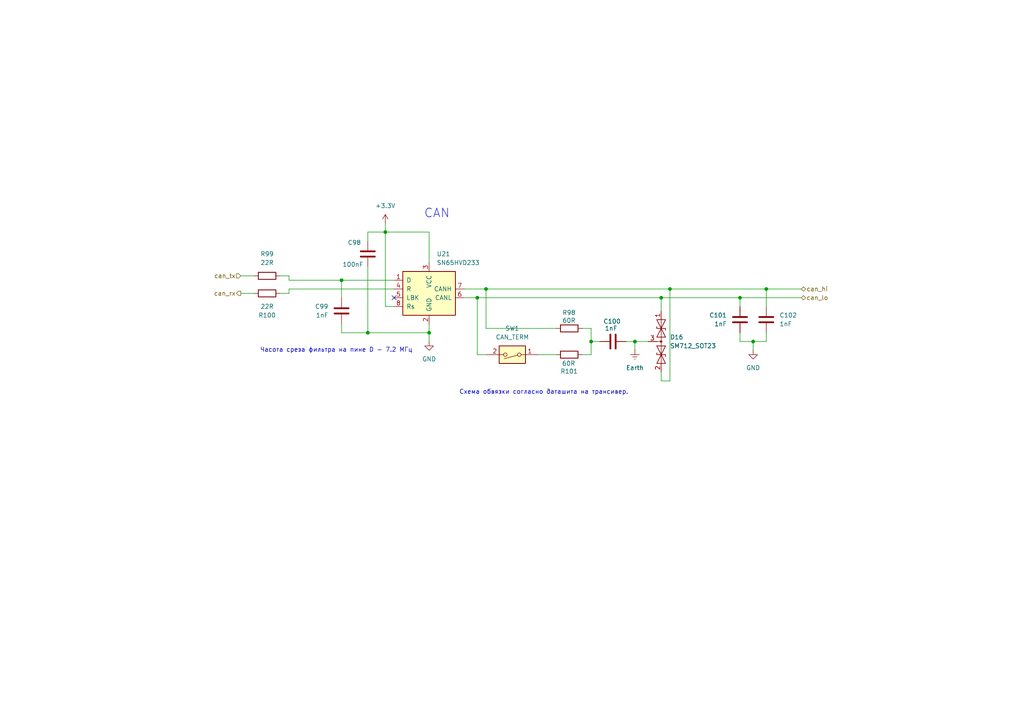
<source format=kicad_sch>
(kicad_sch (version 20231120) (generator "eeschema") (generator_version "8.0")
  (paper "A4")
  (title_block (title "Цифровые шины"))
  (lib_symbols
    (symbol "Device:C" (pin_numbers hide) (pin_names (offset 0.254))
      (property "Reference" "C" (at 0.635 2.54 0))
      (property "Value" "C" (at 0.635 -2.54 0))
      (symbol "C_0_1"
        (polyline (pts (xy -2.032 -0.762) (xy 2.032 -0.762)) (stroke (width 0.508)))
        (polyline (pts (xy -2.032 0.762) (xy 2.032 0.762)) (stroke (width 0.508)))
      )
      (symbol "C_1_1"
        (pin passive line (at 0 3.81 270) (length 2.794) (name "~") (number "1"))
        (pin passive line (at 0 -3.81 90) (length 2.794) (name "~") (number "2"))
      )
    )
    (symbol "Device:R" (pin_numbers hide) (pin_names (offset 0))
      (property "Reference" "R" (at 2.032 0 90))
      (property "Value" "R" (at 0 0 90))
      (symbol "R_0_1"
        (rectangle (start -1.016 -2.54) (end 1.016 2.54) (stroke (width 0.254)))
      )
      (symbol "R_1_1"
        (pin passive line (at 0 3.81 270) (length 1.27) (name "~") (number "1"))
        (pin passive line (at 0 -3.81 90) (length 1.27) (name "~") (number "2"))
      )
    )
    (symbol "Diode:SM712_SOT23" (pin_names (offset 1.016) hide)
      (property "Reference" "D" (at 0 4.445 0))
      (property "Value" "SM712_SOT23" (at 0 2.54 0))
      (symbol "SM712_SOT23_0_0"
        (polyline (pts (xy 0 -1.27) (xy 0 0)))
      )
      (symbol "SM712_SOT23_0_1"
        (polyline (pts (xy -6.35 0) (xy 6.35 0)))
        (polyline (pts (xy -3.302 1.27) (xy -3.81 1.27) (xy -3.81 -1.27) (xy -4.318 -1.27)) (stroke (width 0.2032)))
        (polyline (pts (xy 4.318 1.27) (xy 3.81 1.27) (xy 3.81 -1.27) (xy 3.302 -1.27)) (stroke (width 0.2032)))
        (polyline (pts (xy -6.35 -1.27) (xy -1.27 1.27) (xy -1.27 -1.27) (xy -6.35 1.27) (xy -6.35 -1.27)) (stroke (width 0.2032)))
        (polyline (pts (xy 1.27 -1.27) (xy 1.27 1.27) (xy 6.35 -1.27) (xy 6.35 1.27) (xy 1.27 -1.27)) (stroke (width 0.2032)))
        (circle (center 0 0) (radius 0.254) (fill (type outline)))
      )
      (symbol "SM712_SOT23_1_1"
        (pin passive line (at -8.89 0 0) (length 2.54) (name "A1") (number "1"))
        (pin passive line (at 8.89 0 180) (length 2.54) (name "A2") (number "2"))
        (pin input line (at 0 -3.81 90) (length 2.54) (name "common") (number "3"))
      )
    )
    (symbol "Interface_CAN_LIN:SN65HVD233" (pin_names (offset 1.016))
      (property "Reference" "U" (at -2.54 10.16 0))
      (property "Value" "SN65HVD233" (at -2.54 7.62 0))
      (symbol "SN65HVD233_0_1"
        (rectangle (start -7.62 5.08) (end 7.62 -7.62) (stroke (width 0.254)) (fill (type background)))
      )
      (symbol "SN65HVD233_1_1"
        (pin input line (at -10.16 2.54 0) (length 2.54) (name "D") (number "1"))
        (pin power_in line (at 0 -10.16 90) (length 2.54) (name "GND") (number "2"))
        (pin power_in line (at 0 7.62 270) (length 2.54) (name "VCC") (number "3"))
        (pin output line (at -10.16 0 0) (length 2.54) (name "R") (number "4"))
        (pin input line (at -10.16 -2.54 0) (length 2.54) (name "LBK") (number "5"))
        (pin bidirectional line (at 10.16 -2.54 180) (length 2.54) (name "CANL") (number "6"))
        (pin bidirectional line (at 10.16 0 180) (length 2.54) (name "CANH") (number "7"))
        (pin input line (at -10.16 -5.08 0) (length 2.54) (name "Rs") (number "8"))
      )
    )
    (symbol "Switch:SW_DIP_x01" (pin_names (offset 0) hide)
      (property "Reference" "SW" (at 0 3.81 0))
      (property "Value" "SW_DIP_x01" (at 0 -3.81 0))
      (symbol "SW_DIP_x01_0_0"
        (circle (center -2.032 0) (radius 0.508))
        (polyline (pts (xy -1.524 0.127) (xy 2.3622 1.1684)))
        (circle (center 2.032 0) (radius 0.508))
      )
      (symbol "SW_DIP_x01_0_1"
        (rectangle (start -3.81 2.54) (end 3.81 -2.54) (stroke (width 0.254)) (fill (type background)))
      )
      (symbol "SW_DIP_x01_1_1"
        (pin passive line (at -7.62 0 0) (length 5.08) (name "~") (number "1"))
        (pin passive line (at 7.62 0 180) (length 5.08) (name "~") (number "2"))
      )
    )
    (symbol "power:+3.3V" (power) (pin_numbers hide) (pin_names (offset 0) hide)
      (property "Value" "+3.3V" (at 0 3.556 0))
      (symbol "+3.3V_0_1"
        (polyline (pts (xy -0.762 1.27) (xy 0 2.54)))
        (polyline (pts (xy 0 0) (xy 0 2.54)))
        (polyline (pts (xy 0 2.54) (xy 0.762 1.27)))
      )
      (symbol "+3.3V_1_1"
        (pin power_in line (at 0 0 90) (length 0) (name "~") (number "1"))
      )
    )
    (symbol "power:Earth" (power) (pin_numbers hide) (pin_names (offset 0) hide)
      (property "Value" "Earth" (at 0 -3.81 0))
      (symbol "Earth_0_1"
        (polyline (pts (xy -0.635 -1.905) (xy 0.635 -1.905)))
        (polyline (pts (xy -0.127 -2.54) (xy 0.127 -2.54)))
        (polyline (pts (xy 0 -1.27) (xy 0 0)))
        (polyline (pts (xy 1.27 -1.27) (xy -1.27 -1.27)))
      )
      (symbol "Earth_1_1"
        (pin power_in line (at 0 0 270) (length 0) (name "~") (number "1"))
      )
    )
    (symbol "power:GND" (power) (pin_numbers hide) (pin_names (offset 0) hide)
      (property "Value" "GND" (at 0 -3.81 0))
      (symbol "GND_0_1"
        (polyline (pts (xy 0 0) (xy 0 -1.27) (xy 1.27 -1.27) (xy 0 -2.54) (xy -1.27 -1.27) (xy 0 -1.27)))
      )
      (symbol "GND_1_1"
        (pin power_in line (at 0 0 270) (length 0) (name "~") (number "1"))
      )
    )
  )
  (junction (at 138.43 86.36))
  (junction (at 111.76 67.31))
  (junction (at 184.15 99.06))
  (junction (at 124.46 96.52))
  (junction (at 222.25 83.82))
  (junction (at 171.45 99.06))
  (junction (at 214.63 86.36))
  (junction (at 106.68 96.52))
  (junction (at 140.97 83.82))
  (junction (at 191.77 86.36))
  (junction (at 99.06 81.28))
  (junction (at 194.31 83.82))
  (junction (at 218.44 99.06))
  (no_connect (at 114.3 86.36))
  (wire (pts (xy 171.45 99.06) (xy 171.45 102.87)))
  (wire (pts (xy 111.76 67.31) (xy 106.68 67.31)))
  (wire (pts (xy 138.43 86.36) (xy 191.77 86.36)))
  (wire (pts (xy 140.97 83.82) (xy 194.31 83.82)))
  (wire (pts (xy 168.91 95.25) (xy 171.45 95.25)))
  (wire (pts (xy 83.82 80.01) (xy 83.82 81.28)))
  (wire (pts (xy 138.43 86.36) (xy 138.43 102.87)))
  (wire (pts (xy 99.06 81.28) (xy 99.06 86.36)))
  (wire (pts (xy 69.85 85.09) (xy 73.66 85.09)))
  (wire (pts (xy 111.76 67.31) (xy 111.76 88.9)))
  (wire (pts (xy 222.25 83.82) (xy 222.25 88.9)))
  (wire (pts (xy 106.68 96.52) (xy 124.46 96.52)))
  (wire (pts (xy 191.77 110.49) (xy 194.31 110.49)))
  (wire (pts (xy 191.77 107.95) (xy 191.77 110.49)))
  (wire (pts (xy 222.25 99.06) (xy 218.44 99.06)))
  (wire (pts (xy 171.45 95.25) (xy 171.45 99.06)))
  (wire (pts (xy 194.31 83.82) (xy 222.25 83.82)))
  (wire (pts (xy 222.25 83.82) (xy 232.41 83.82)))
  (wire (pts (xy 83.82 81.28) (xy 99.06 81.28)))
  (wire (pts (xy 184.15 99.06) (xy 184.15 101.6)))
  (wire (pts (xy 191.77 86.36) (xy 191.77 90.17)))
  (wire (pts (xy 194.31 83.82) (xy 194.31 110.49)))
  (wire (pts (xy 134.62 83.82) (xy 140.97 83.82)))
  (wire (pts (xy 124.46 96.52) (xy 124.46 99.06)))
  (wire (pts (xy 214.63 99.06) (xy 214.63 96.52)))
  (wire (pts (xy 214.63 86.36) (xy 232.41 86.36)))
  (wire (pts (xy 124.46 67.31) (xy 111.76 67.31)))
  (wire (pts (xy 181.61 99.06) (xy 184.15 99.06)))
  (wire (pts (xy 218.44 99.06) (xy 214.63 99.06)))
  (wire (pts (xy 106.68 77.47) (xy 106.68 96.52)))
  (wire (pts (xy 99.06 96.52) (xy 106.68 96.52)))
  (wire (pts (xy 99.06 93.98) (xy 99.06 96.52)))
  (wire (pts (xy 156.21 102.87) (xy 161.29 102.87)))
  (wire (pts (xy 214.63 86.36) (xy 214.63 88.9)))
  (wire (pts (xy 124.46 93.98) (xy 124.46 96.52)))
  (wire (pts (xy 114.3 88.9) (xy 111.76 88.9)))
  (wire (pts (xy 222.25 96.52) (xy 222.25 99.06)))
  (wire (pts (xy 81.28 80.01) (xy 83.82 80.01)))
  (wire (pts (xy 140.97 102.87) (xy 138.43 102.87)))
  (wire (pts (xy 134.62 86.36) (xy 138.43 86.36)))
  (wire (pts (xy 218.44 101.6) (xy 218.44 99.06)))
  (wire (pts (xy 161.29 95.25) (xy 140.97 95.25)))
  (wire (pts (xy 106.68 67.31) (xy 106.68 69.85)))
  (wire (pts (xy 140.97 95.25) (xy 140.97 83.82)))
  (wire (pts (xy 114.3 83.82) (xy 83.82 83.82)))
  (wire (pts (xy 171.45 102.87) (xy 168.91 102.87)))
  (wire (pts (xy 184.15 99.06) (xy 187.96 99.06)))
  (wire (pts (xy 99.06 81.28) (xy 114.3 81.28)))
  (wire (pts (xy 69.85 80.01) (xy 73.66 80.01)))
  (wire (pts (xy 111.76 64.77) (xy 111.76 67.31)))
  (wire (pts (xy 83.82 83.82) (xy 83.82 85.09)))
  (wire (pts (xy 81.28 85.09) (xy 83.82 85.09)))
  (wire (pts (xy 124.46 76.2) (xy 124.46 67.31)))
  (wire (pts (xy 171.45 99.06) (xy 173.99 99.06)))
  (wire (pts (xy 191.77 86.36) (xy 214.63 86.36)))
  (text "Часота среза фильтра на пине D - 7.2 МГц" (at 97.536 101.6 0) (effects (font (size 1.27 1.27))))
  (text "Схема обвязки согласно даташита на трансивер." (at 157.734 113.792 0) (effects (font (size 1.27 1.27))))
  (text "CAN" (at 122.936 61.976 0) (effects (font (size 2.54 2.54)) (justify left)))
  (hierarchical_label "can_tx" (shape input) (at 69.85 80.01 180))
  (hierarchical_label "can_lo" (shape bidirectional) (at 232.41 86.36 0))
  (hierarchical_label "can_hi" (shape bidirectional) (at 232.41 83.82 0))
  (hierarchical_label "can_rx" (shape output) (at 69.85 85.09 180))
  (symbol (lib_id "power:+3.3V") (at 111.76 64.77 0) (unit 1)
    (property "Reference" "#PWR0112" (effects (hide yes)))
    (property "Value" "+3.3V" (at 111.76 59.69 0))
    (property "Description" "Power symbol creates a global label with name \"+3.3V\"" (effects (hide yes)))
  )
  (symbol (lib_id "Switch:SW_DIP_x01") (at 148.59 102.87 180) (unit 1)
    (property "Reference" "SW1" (at 148.59 95.25 0))
    (property "Value" "CAN_TERM" (at 148.59 97.79 0))
    (property "Description" "1x DIP Switch, Single Pole Single Throw (SPST) switch, small symbol" (effects (hide yes)))
  )
  (symbol (lib_id "Device:C") (at 222.25 92.71 0) (unit 1)
    (property "Reference" "C102" (at 226.06 91.4399 0) (effects (justify left)))
    (property "Value" "1nF" (at 226.06 93.9799 0) (effects (justify left)))
    (property "Footprint" "Capacitor_SMD:C_0805_2012Metric" (effects (hide yes)))
    (property "Description" "Unpolarized capacitor" (effects (hide yes)))
  )
  (symbol (lib_id "Device:R") (at 165.1 95.25 90) (mirror x) (unit 1)
    (property "Reference" "R98" (at 163.068 90.678 90) (effects (justify right)))
    (property "Value" "60R" (at 163.068 92.964 90) (effects (justify right)))
    (property "Footprint" "Resistor_SMD:R_1206_3216Metric" (effects (hide yes)))
    (property "Description" "Resistor" (effects (hide yes)))
  )
  (symbol (lib_id "Interface_CAN_LIN:SN65HVD233") (at 124.46 83.82 0) (unit 1)
    (property "Reference" "U21" (at 126.6541 73.66 0) (effects (justify left)))
    (property "Value" "SN65HVD233" (at 126.6541 76.2 0) (effects (justify left)))
    (property "Footprint" "Package_SO:SOIC-8_3.9x4.9mm_P1.27mm" (effects (hide yes)))
    (property "Datasheet" "http://www.ti.com/lit/ds/symlink/sn65hvd234.pdf" (effects (hide yes)))
    (property "Description" "CAN Bus Transceiver, 3.3V, 1Mbps, Loopback feature, SOIC-8" (effects (hide yes)))
  )
  (symbol (lib_id "Device:R") (at 77.47 85.09 90) (unit 1)
    (property "Reference" "R100" (at 77.47 91.44 90))
    (property "Value" "22R" (at 77.47 88.9 90))
    (property "Footprint" "Resistor_SMD:R_0805_2012Metric" (effects (hide yes)))
    (property "Description" "Resistor" (effects (hide yes)))
  )
  (symbol (lib_id "Device:R") (at 77.47 80.01 270) (unit 1)
    (property "Reference" "R99" (at 77.47 73.66 90))
    (property "Value" "22R" (at 77.47 76.2 90))
    (property "Footprint" "Resistor_SMD:R_0805_2012Metric" (effects (hide yes)))
    (property "Description" "Resistor" (effects (hide yes)))
  )
  (symbol (lib_id "Device:R") (at 165.1 102.87 270) (mirror x) (unit 1)
    (property "Reference" "R101" (at 167.64 107.696 90) (effects (justify right)))
    (property "Value" "60R" (at 166.878 105.41 90) (effects (justify right)))
    (property "Footprint" "Resistor_SMD:R_1206_3216Metric" (effects (hide yes)))
    (property "Description" "Resistor" (effects (hide yes)))
  )
  (symbol (lib_id "Device:C") (at 99.06 90.17 0) (mirror y) (unit 1)
    (property "Reference" "C99" (at 95.25 88.8999 0) (effects (justify left)))
    (property "Value" "1nF" (at 95.25 91.4399 0) (effects (justify left)))
    (property "Footprint" "Capacitor_SMD:C_0805_2012Metric" (effects (hide yes)))
    (property "Description" "Unpolarized capacitor" (effects (hide yes)))
  )
  (symbol (lib_id "power:Earth") (at 184.15 101.6 0) (unit 1)
    (property "Reference" "#PWR0115" (effects (hide yes)))
    (property "Value" "Earth" (at 184.15 106.68 0))
    (property "Description" "Power symbol creates a global label with name \"Earth\"" (effects (hide yes)))
  )
  (symbol (lib_id "Device:C") (at 106.68 73.66 0) (unit 1)
    (property "Reference" "C98" (at 100.838 70.358 0) (effects (justify left)))
    (property "Value" "100nF" (at 99.314 76.708 0) (effects (justify left)))
    (property "Footprint" "Capacitor_SMD:C_0805_2012Metric" (effects (hide yes)))
    (property "Description" "Unpolarized capacitor" (effects (hide yes)))
  )
  (symbol (lib_id "power:GND") (at 124.46 99.06 0) (unit 1)
    (property "Reference" "#PWR0113" (effects (hide yes)))
    (property "Value" "GND" (at 124.46 104.14 0))
    (property "Description" "Power symbol creates a global label with name \"GND\" , ground" (effects (hide yes)))
  )
  (symbol (lib_id "Device:C") (at 177.8 99.06 90) (unit 1)
    (property "Reference" "C100" (at 180.086 93.218 90) (effects (justify left)))
    (property "Value" "1nF" (at 179.0699 95.25 90) (effects (justify left)))
    (property "Footprint" "Capacitor_SMD:C_0805_2012Metric" (effects (hide yes)))
    (property "Description" "Unpolarized capacitor" (effects (hide yes)))
  )
  (symbol (lib_id "power:GND") (at 218.44 101.6 0) (unit 1)
    (property "Reference" "#PWR0116" (effects (hide yes)))
    (property "Value" "GND" (at 218.44 106.68 0))
    (property "Description" "Power symbol creates a global label with name \"GND\" , ground" (effects (hide yes)))
  )
  (symbol (lib_id "Diode:SM712_SOT23") (at 191.77 99.06 270) (unit 1)
    (property "Reference" "D16" (at 194.31 97.7899 90) (effects (justify left)))
    (property "Value" "SM712_SOT23" (at 194.31 100.3299 90) (effects (justify left)))
    (property "Footprint" "Package_TO_SOT_SMD:SOT-23" (effects (hide yes)))
    (property "Datasheet" "https://www.littelfuse.com/~/media/electronics/datasheets/tvs_diode_arrays/littelfuse_tvs_diode_array_sm712_datasheet.pdf.pdf" (effects (hide yes)))
    (property "Description" "7V/12V, 600W Asymmetrical TVS Diode Array, SOT-23" (effects (hide yes)))
  )
  (symbol (lib_id "Device:C") (at 214.63 92.71 0) (mirror y) (unit 1)
    (property "Reference" "C101" (at 210.82 91.4399 0) (effects (justify left)))
    (property "Value" "1nF" (at 210.82 93.9799 0) (effects (justify left)))
    (property "Footprint" "Capacitor_SMD:C_0805_2012Metric" (effects (hide yes)))
    (property "Description" "Unpolarized capacitor" (effects (hide yes)))
  )
)
</source>
